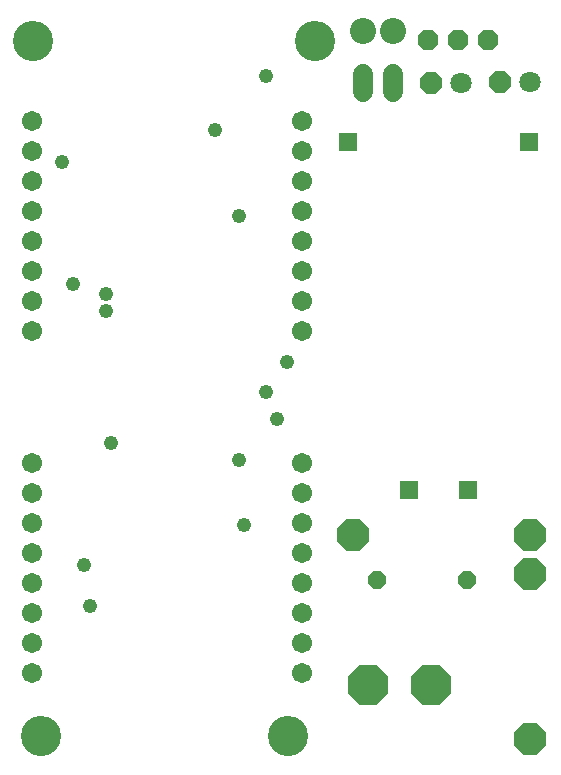
<source format=gts>
G75*
%MOIN*%
%OFA0B0*%
%FSLAX25Y25*%
%IPPOS*%
%LPD*%
%AMOC8*
5,1,8,0,0,1.08239X$1,22.5*
%
%ADD10C,0.08674*%
%ADD11C,0.13398*%
%ADD12OC8,0.07100*%
%ADD13C,0.07100*%
%ADD14R,0.05950X0.05950*%
%ADD15C,0.06800*%
%ADD16C,0.06737*%
%ADD17OC8,0.13300*%
%ADD18OC8,0.06000*%
%ADD19OC8,0.10800*%
%ADD20OC8,0.06800*%
%ADD21C,0.04800*%
D10*
X0118500Y0246250D03*
X0128500Y0246250D03*
D11*
X0011000Y0011250D03*
X0093500Y0011250D03*
X0102500Y0242750D03*
X0008500Y0242750D03*
D12*
X0141000Y0228750D03*
X0163972Y0229326D03*
D13*
X0173972Y0229326D03*
X0151000Y0228750D03*
D14*
X0173815Y0209124D03*
X0113185Y0209124D03*
X0133657Y0093376D03*
X0153343Y0093376D03*
D15*
X0128500Y0225750D02*
X0128500Y0231750D01*
X0118500Y0231750D02*
X0118500Y0225750D01*
D16*
X0098000Y0216250D03*
X0098000Y0206250D03*
X0098000Y0196250D03*
X0098000Y0186250D03*
X0098000Y0176250D03*
X0098000Y0166250D03*
X0098000Y0156250D03*
X0098000Y0146250D03*
X0098000Y0102250D03*
X0098000Y0092250D03*
X0098000Y0082250D03*
X0098000Y0072250D03*
X0098000Y0062250D03*
X0098000Y0052250D03*
X0098000Y0042250D03*
X0098000Y0032250D03*
X0008000Y0032250D03*
X0008000Y0042250D03*
X0008000Y0052250D03*
X0008000Y0062250D03*
X0008000Y0072250D03*
X0008000Y0082250D03*
X0008000Y0092250D03*
X0008000Y0102250D03*
X0008000Y0146250D03*
X0008000Y0156250D03*
X0008000Y0166250D03*
X0008000Y0176250D03*
X0008000Y0186250D03*
X0008000Y0196250D03*
X0008000Y0206250D03*
X0008000Y0216250D03*
D17*
X0120000Y0028250D03*
X0141000Y0028250D03*
D18*
X0153000Y0063250D03*
X0123000Y0063250D03*
D19*
X0115000Y0078250D03*
X0174000Y0078250D03*
X0174000Y0065250D03*
X0174000Y0010250D03*
D20*
X0160000Y0243250D03*
X0150000Y0243250D03*
X0140000Y0243250D03*
D21*
X0086000Y0231250D03*
X0069000Y0213250D03*
X0076898Y0184669D03*
X0093161Y0135878D03*
X0085933Y0125939D03*
X0089547Y0116904D03*
X0076898Y0103350D03*
X0078705Y0081665D03*
X0034431Y0108772D03*
X0025396Y0068112D03*
X0027203Y0054559D03*
X0032624Y0153045D03*
X0032624Y0158467D03*
X0021781Y0162081D03*
X0018167Y0202740D03*
M02*

</source>
